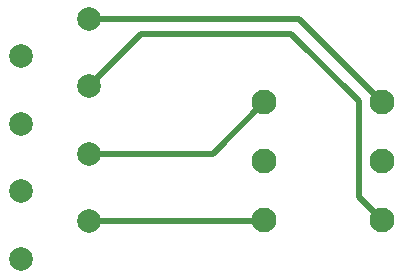
<source format=gbr>
G04 #@! TF.GenerationSoftware,KiCad,Pcbnew,(5.1.8-0-10_14)*
G04 #@! TF.CreationDate,2021-01-03T16:49:30+01:00*
G04 #@! TF.ProjectId,alps-adapter,616c7073-2d61-4646-9170-7465722e6b69,rev?*
G04 #@! TF.SameCoordinates,Original*
G04 #@! TF.FileFunction,Copper,L1,Top*
G04 #@! TF.FilePolarity,Positive*
%FSLAX46Y46*%
G04 Gerber Fmt 4.6, Leading zero omitted, Abs format (unit mm)*
G04 Created by KiCad (PCBNEW (5.1.8-0-10_14)) date 2021-01-03 16:49:30*
%MOMM*%
%LPD*%
G01*
G04 APERTURE LIST*
G04 #@! TA.AperFunction,ComponentPad*
%ADD10C,2.100000*%
G04 #@! TD*
G04 #@! TA.AperFunction,ComponentPad*
%ADD11C,2.000000*%
G04 #@! TD*
G04 #@! TA.AperFunction,Conductor*
%ADD12C,0.500000*%
G04 #@! TD*
G04 APERTURE END LIST*
D10*
X202645000Y-89615000D03*
X202645000Y-94615000D03*
X202645000Y-99615000D03*
X192645000Y-89615000D03*
X192645000Y-94615000D03*
X192645000Y-99615000D03*
D11*
X172085000Y-91440000D03*
X172085000Y-85725000D03*
X172085000Y-102870000D03*
X172085000Y-97155000D03*
X177800000Y-99695000D03*
X177800000Y-93980000D03*
X177800000Y-88265000D03*
X177800000Y-82550000D03*
D12*
X177800000Y-88265000D02*
X182245000Y-83820000D01*
X182245000Y-83820000D02*
X194945000Y-83820000D01*
X194945000Y-83820000D02*
X200660000Y-89535000D01*
X200660000Y-97630000D02*
X202645000Y-99615000D01*
X200660000Y-89535000D02*
X200660000Y-97630000D01*
X192565000Y-99695000D02*
X192645000Y-99615000D01*
X177800000Y-99695000D02*
X192565000Y-99695000D01*
X195580000Y-82550000D02*
X202645000Y-89615000D01*
X177800000Y-82550000D02*
X195580000Y-82550000D01*
X188280000Y-93980000D02*
X192645000Y-89615000D01*
X177800000Y-93980000D02*
X188280000Y-93980000D01*
M02*

</source>
